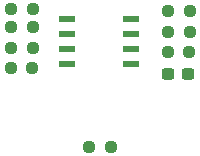
<source format=gbr>
G04 #@! TF.GenerationSoftware,KiCad,Pcbnew,8.0.1*
G04 #@! TF.CreationDate,2025-02-25T23:45:37-07:00*
G04 #@! TF.ProjectId,ColorSensing,436f6c6f-7253-4656-9e73-696e672e6b69,rev?*
G04 #@! TF.SameCoordinates,Original*
G04 #@! TF.FileFunction,Paste,Top*
G04 #@! TF.FilePolarity,Positive*
%FSLAX46Y46*%
G04 Gerber Fmt 4.6, Leading zero omitted, Abs format (unit mm)*
G04 Created by KiCad (PCBNEW 8.0.1) date 2025-02-25 23:45:37*
%MOMM*%
%LPD*%
G01*
G04 APERTURE LIST*
G04 Aperture macros list*
%AMRoundRect*
0 Rectangle with rounded corners*
0 $1 Rounding radius*
0 $2 $3 $4 $5 $6 $7 $8 $9 X,Y pos of 4 corners*
0 Add a 4 corners polygon primitive as box body*
4,1,4,$2,$3,$4,$5,$6,$7,$8,$9,$2,$3,0*
0 Add four circle primitives for the rounded corners*
1,1,$1+$1,$2,$3*
1,1,$1+$1,$4,$5*
1,1,$1+$1,$6,$7*
1,1,$1+$1,$8,$9*
0 Add four rect primitives between the rounded corners*
20,1,$1+$1,$2,$3,$4,$5,0*
20,1,$1+$1,$4,$5,$6,$7,0*
20,1,$1+$1,$6,$7,$8,$9,0*
20,1,$1+$1,$8,$9,$2,$3,0*%
G04 Aperture macros list end*
%ADD10RoundRect,0.237500X-0.250000X-0.237500X0.250000X-0.237500X0.250000X0.237500X-0.250000X0.237500X0*%
%ADD11RoundRect,0.237500X0.300000X0.237500X-0.300000X0.237500X-0.300000X-0.237500X0.300000X-0.237500X0*%
%ADD12R,1.460500X0.558800*%
%ADD13RoundRect,0.237500X0.250000X0.237500X-0.250000X0.237500X-0.250000X-0.237500X0.250000X-0.237500X0*%
G04 APERTURE END LIST*
D10*
X119390000Y-82460000D03*
X121215000Y-82460000D03*
D11*
X134345000Y-84740000D03*
X132620000Y-84740000D03*
D10*
X132620000Y-82840000D03*
X134445000Y-82840000D03*
X119390000Y-80760000D03*
X121215000Y-80760000D03*
D12*
X124091700Y-80040000D03*
X124091700Y-81310000D03*
X124091700Y-82580000D03*
X124091700Y-83850000D03*
X129540000Y-83850000D03*
X129540000Y-82580000D03*
X129540000Y-81310000D03*
X129540000Y-80040000D03*
D10*
X132680000Y-79330000D03*
X134505000Y-79330000D03*
X119330000Y-84180000D03*
X121155000Y-84180000D03*
D13*
X127800000Y-90850000D03*
X125975000Y-90850000D03*
D10*
X132670000Y-81110000D03*
X134495000Y-81110000D03*
D13*
X121225000Y-79210000D03*
X119400000Y-79210000D03*
M02*

</source>
